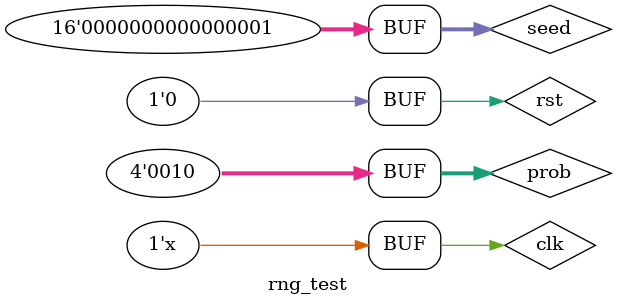
<source format=v>
module rng_test;

	// Inputs
	reg clk;
	reg rst;
	reg [15:0] seed;
	reg [3:0] prob;
	// Outputs
	wire out;

	// Instantiate the Unit Under Test (UUT)
	random_number_generator uut (
		.clk(clk), 
		.rst(rst), 
		.seed(seed),
		.prob(prob),
		.out(out)
	);

	initial begin
		// Initialize Inputs
		clk = 0;
		rst = 1;
		seed = 0;
		seed = 16'b0000_0000_0000_0001;
		prob = 2;
		i = 0;
		j = 0;
		#10;
		rst = 0;
		// Wait 100 ns for global reset to finish
		#100;
        
		// Add stimulus here

	end
   
	always
		#5 clk <= ~clk;
	
	integer i,j,k;
	always@(posedge clk)
	begin
	 j <= j + 1;
	 if(out) 
		i <= i+ 1;
	 else 
		i <= i;
	end
	
	always@(*)
	begin
		if(j==0)
			k = 0;
		else 
			k = i/j;
	end	
	
endmodule


</source>
